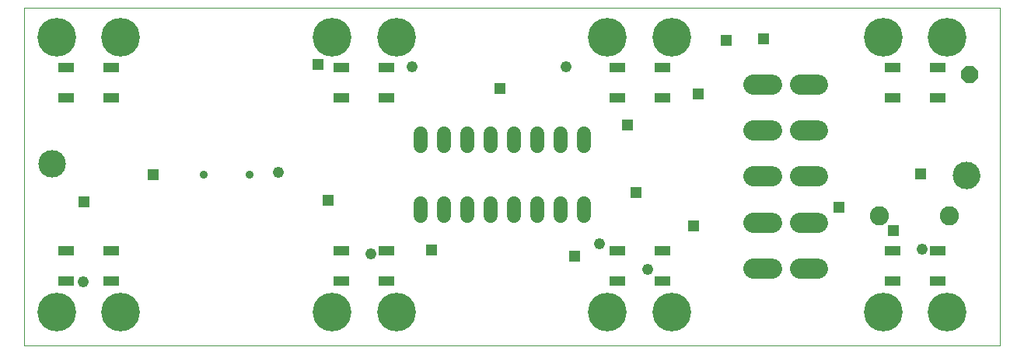
<source format=gts>
G75*
%MOIN*%
%OFA0B0*%
%FSLAX24Y24*%
%IPPOS*%
%LPD*%
%AMOC8*
5,1,8,0,0,1.08239X$1,22.5*
%
%ADD10C,0.0000*%
%ADD11C,0.1182*%
%ADD12C,0.0352*%
%ADD13C,0.0354*%
%ADD14C,0.0600*%
%ADD15R,0.0671X0.0434*%
%ADD16OC8,0.0710*%
%ADD17C,0.0820*%
%ADD18C,0.1661*%
%ADD19C,0.0860*%
%ADD20C,0.0480*%
%ADD21R,0.0476X0.0476*%
D10*
X000680Y001499D02*
X000680Y015995D01*
X042495Y015995D01*
X042495Y001499D01*
X000680Y001499D01*
X001310Y009314D02*
X001312Y009361D01*
X001318Y009407D01*
X001328Y009453D01*
X001341Y009498D01*
X001359Y009541D01*
X001380Y009583D01*
X001404Y009623D01*
X001432Y009660D01*
X001463Y009695D01*
X001497Y009728D01*
X001533Y009757D01*
X001572Y009783D01*
X001613Y009806D01*
X001656Y009825D01*
X001700Y009841D01*
X001745Y009853D01*
X001791Y009861D01*
X001838Y009865D01*
X001884Y009865D01*
X001931Y009861D01*
X001977Y009853D01*
X002022Y009841D01*
X002066Y009825D01*
X002109Y009806D01*
X002150Y009783D01*
X002189Y009757D01*
X002225Y009728D01*
X002259Y009695D01*
X002290Y009660D01*
X002318Y009623D01*
X002342Y009583D01*
X002363Y009541D01*
X002381Y009498D01*
X002394Y009453D01*
X002404Y009407D01*
X002410Y009361D01*
X002412Y009314D01*
X002410Y009267D01*
X002404Y009221D01*
X002394Y009175D01*
X002381Y009130D01*
X002363Y009087D01*
X002342Y009045D01*
X002318Y009005D01*
X002290Y008968D01*
X002259Y008933D01*
X002225Y008900D01*
X002189Y008871D01*
X002150Y008845D01*
X002109Y008822D01*
X002066Y008803D01*
X002022Y008787D01*
X001977Y008775D01*
X001931Y008767D01*
X001884Y008763D01*
X001838Y008763D01*
X001791Y008767D01*
X001745Y008775D01*
X001700Y008787D01*
X001656Y008803D01*
X001613Y008822D01*
X001572Y008845D01*
X001533Y008871D01*
X001497Y008900D01*
X001463Y008933D01*
X001432Y008968D01*
X001404Y009005D01*
X001380Y009045D01*
X001359Y009087D01*
X001341Y009130D01*
X001328Y009175D01*
X001318Y009221D01*
X001312Y009267D01*
X001310Y009314D01*
X040523Y008802D02*
X040525Y008849D01*
X040531Y008895D01*
X040541Y008941D01*
X040554Y008986D01*
X040572Y009029D01*
X040593Y009071D01*
X040617Y009111D01*
X040645Y009148D01*
X040676Y009183D01*
X040710Y009216D01*
X040746Y009245D01*
X040785Y009271D01*
X040826Y009294D01*
X040869Y009313D01*
X040913Y009329D01*
X040958Y009341D01*
X041004Y009349D01*
X041051Y009353D01*
X041097Y009353D01*
X041144Y009349D01*
X041190Y009341D01*
X041235Y009329D01*
X041279Y009313D01*
X041322Y009294D01*
X041363Y009271D01*
X041402Y009245D01*
X041438Y009216D01*
X041472Y009183D01*
X041503Y009148D01*
X041531Y009111D01*
X041555Y009071D01*
X041576Y009029D01*
X041594Y008986D01*
X041607Y008941D01*
X041617Y008895D01*
X041623Y008849D01*
X041625Y008802D01*
X041623Y008755D01*
X041617Y008709D01*
X041607Y008663D01*
X041594Y008618D01*
X041576Y008575D01*
X041555Y008533D01*
X041531Y008493D01*
X041503Y008456D01*
X041472Y008421D01*
X041438Y008388D01*
X041402Y008359D01*
X041363Y008333D01*
X041322Y008310D01*
X041279Y008291D01*
X041235Y008275D01*
X041190Y008263D01*
X041144Y008255D01*
X041097Y008251D01*
X041051Y008251D01*
X041004Y008255D01*
X040958Y008263D01*
X040913Y008275D01*
X040869Y008291D01*
X040826Y008310D01*
X040785Y008333D01*
X040746Y008359D01*
X040710Y008388D01*
X040676Y008421D01*
X040645Y008456D01*
X040617Y008493D01*
X040593Y008533D01*
X040572Y008575D01*
X040554Y008618D01*
X040541Y008663D01*
X040531Y008709D01*
X040525Y008755D01*
X040523Y008802D01*
D11*
X041074Y008802D03*
X001861Y009314D03*
D12*
X008357Y008841D03*
D13*
X010326Y008841D03*
D14*
X017652Y007601D02*
X017652Y007081D01*
X018652Y007081D02*
X018652Y007601D01*
X019652Y007601D02*
X019652Y007081D01*
X020652Y007081D02*
X020652Y007601D01*
X021652Y007601D02*
X021652Y007081D01*
X022652Y007081D02*
X022652Y007601D01*
X023652Y007601D02*
X023652Y007081D01*
X024652Y007081D02*
X024652Y007601D01*
X024652Y010081D02*
X024652Y010601D01*
X023652Y010601D02*
X023652Y010081D01*
X022652Y010081D02*
X022652Y010601D01*
X021652Y010601D02*
X021652Y010081D01*
X020652Y010081D02*
X020652Y010601D01*
X019652Y010601D02*
X019652Y010081D01*
X018652Y010081D02*
X018652Y010601D01*
X017652Y010601D02*
X017652Y010081D01*
D15*
X016211Y012129D03*
X014282Y012129D03*
X014282Y013428D03*
X016211Y013428D03*
X026093Y013428D03*
X028023Y013428D03*
X028023Y012129D03*
X026093Y012129D03*
X037904Y012129D03*
X039834Y012129D03*
X039834Y013428D03*
X037904Y013428D03*
X037904Y005554D03*
X039834Y005554D03*
X039834Y004255D03*
X037904Y004255D03*
X028023Y004255D03*
X026093Y004255D03*
X026093Y005554D03*
X028023Y005554D03*
X016211Y005554D03*
X014282Y005554D03*
X014282Y004255D03*
X016211Y004255D03*
X004400Y004255D03*
X002471Y004255D03*
X002471Y005554D03*
X004400Y005554D03*
X004400Y012129D03*
X002471Y012129D03*
X002471Y013428D03*
X004400Y013428D03*
D16*
X041192Y013141D03*
D17*
X040349Y007086D03*
X037349Y007086D03*
D18*
X037491Y002936D03*
X040247Y002936D03*
X028436Y002936D03*
X025680Y002936D03*
X016625Y002936D03*
X013869Y002936D03*
X004814Y002936D03*
X002058Y002936D03*
X002058Y014747D03*
X004814Y014747D03*
X013869Y014747D03*
X016625Y014747D03*
X025680Y014747D03*
X028436Y014747D03*
X037491Y014747D03*
X040247Y014747D03*
D19*
X034706Y012695D02*
X033926Y012695D01*
X032726Y012695D02*
X031946Y012695D01*
X031946Y010725D02*
X032726Y010725D01*
X033926Y010725D02*
X034706Y010725D01*
X034706Y008755D02*
X033926Y008755D01*
X032726Y008755D02*
X031946Y008755D01*
X031946Y006785D02*
X032726Y006785D01*
X033926Y006785D02*
X034706Y006785D01*
X034706Y004815D02*
X033926Y004815D01*
X032726Y004815D02*
X031946Y004815D01*
D20*
X027410Y004771D03*
X025320Y005871D03*
X015530Y005431D03*
X011570Y008951D03*
X017290Y013461D03*
X023890Y013461D03*
X039180Y005651D03*
X003210Y004221D03*
D21*
X003239Y007660D03*
X006192Y008841D03*
X013711Y007739D03*
X018121Y005613D03*
X024263Y005337D03*
X029381Y006637D03*
X026900Y008054D03*
X026546Y010967D03*
X029578Y012306D03*
X030759Y014589D03*
X032373Y014668D03*
X021074Y012542D03*
X013278Y013566D03*
X035601Y007424D03*
X037924Y006440D03*
X039105Y008881D03*
M02*

</source>
